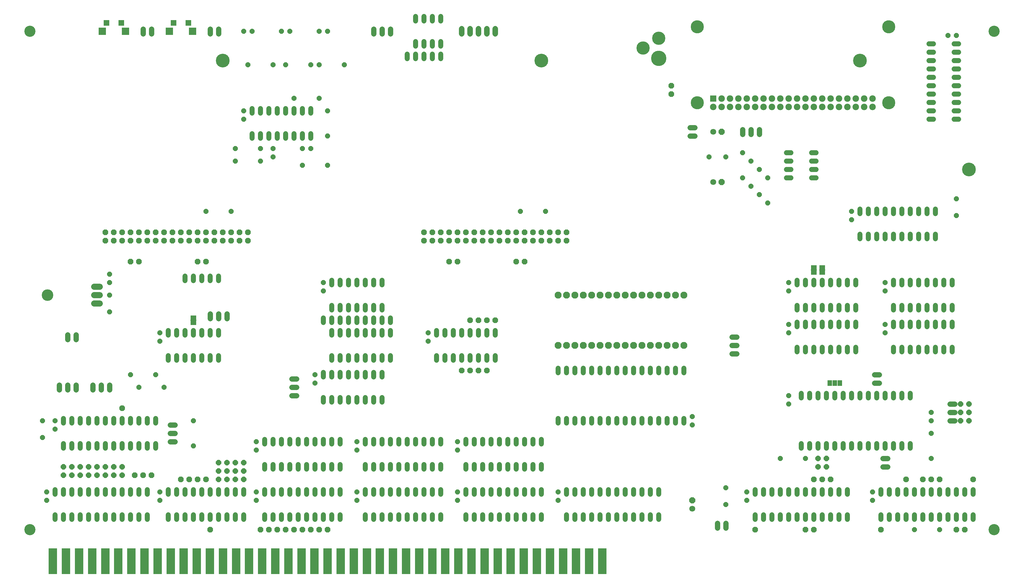
<source format=gbs>
G04 EAGLE Gerber RS-274X export*
G75*
%MOMM*%
%FSLAX34Y34*%
%LPD*%
%INSoldermask Bottom*%
%IPPOS*%
%AMOC8*
5,1,8,0,0,1.08239X$1,22.5*%
G01*
%ADD10C,3.378200*%
%ADD11R,2.565400X7.823200*%
%ADD12C,1.524000*%
%ADD13P,1.759533X8X22.500000*%
%ADD14C,2.108200*%
%ADD15C,1.625600*%
%ADD16C,1.727200*%
%ADD17P,1.649562X8X292.500000*%
%ADD18P,1.649562X8X202.500000*%
%ADD19P,1.649562X8X112.500000*%
%ADD20R,1.727200X1.727200*%
%ADD21R,2.298700X2.298700*%
%ADD22P,1.869504X8X22.500000*%
%ADD23C,4.165600*%
%ADD24P,1.869504X8X202.500000*%
%ADD25R,1.981200X1.981200*%
%ADD26C,1.981200*%
%ADD27C,3.969200*%
%ADD28P,1.951982X8X112.500000*%
%ADD29C,1.803400*%
%ADD30P,1.951982X8X22.500000*%
%ADD31P,1.649562X8X22.500000*%
%ADD32P,1.759533X8X292.500000*%
%ADD33C,4.648200*%
%ADD34C,4.013200*%
%ADD35R,1.803400X1.371600*%
%ADD36R,1.828800X0.152400*%
%ADD37C,1.879600*%
%ADD38C,3.505200*%
%ADD39R,1.371600X1.803400*%
%ADD40P,1.869504X8X112.500000*%
%ADD41P,1.759533X8X112.500000*%


D10*
X0Y0D03*
X2921000Y0D03*
X0Y1511300D03*
X2921000Y1511300D03*
D11*
X941324Y-95250D03*
X901700Y-95250D03*
X980948Y-95250D03*
X1020572Y-95250D03*
X1060196Y-95250D03*
X1099820Y-95250D03*
X1139444Y-95250D03*
X1179068Y-95250D03*
X1218692Y-95250D03*
X1258316Y-95250D03*
X1297940Y-95250D03*
X1337564Y-95250D03*
X1377188Y-95250D03*
X1416812Y-95250D03*
X1456436Y-95250D03*
X1496060Y-95250D03*
X1535684Y-95250D03*
X1575308Y-95250D03*
X1614932Y-95250D03*
X1654556Y-95250D03*
X1694180Y-95250D03*
X1733804Y-95250D03*
X69596Y-95250D03*
X109220Y-95250D03*
X148844Y-95250D03*
X188468Y-95250D03*
X228092Y-95250D03*
X267716Y-95250D03*
X307340Y-95250D03*
X346964Y-95250D03*
X386588Y-95250D03*
X426212Y-95250D03*
X465836Y-95250D03*
X505460Y-95250D03*
X545084Y-95250D03*
X584708Y-95250D03*
X624332Y-95250D03*
X663956Y-95250D03*
X703580Y-95250D03*
X743204Y-95250D03*
X782828Y-95250D03*
X822452Y-95250D03*
X862076Y-95250D03*
D12*
X1016000Y31496D02*
X1016000Y44704D01*
X1041400Y44704D02*
X1041400Y31496D01*
X1168400Y31496D02*
X1168400Y44704D01*
X1193800Y44704D02*
X1193800Y31496D01*
X1066800Y31496D02*
X1066800Y44704D01*
X1092200Y44704D02*
X1092200Y31496D01*
X1143000Y31496D02*
X1143000Y44704D01*
X1117600Y44704D02*
X1117600Y31496D01*
X1219200Y31496D02*
X1219200Y44704D01*
X1244600Y44704D02*
X1244600Y31496D01*
X1244600Y107696D02*
X1244600Y120904D01*
X1219200Y120904D02*
X1219200Y107696D01*
X1193800Y107696D02*
X1193800Y120904D01*
X1168400Y120904D02*
X1168400Y107696D01*
X1143000Y107696D02*
X1143000Y120904D01*
X1117600Y120904D02*
X1117600Y107696D01*
X1092200Y107696D02*
X1092200Y120904D01*
X1066800Y120904D02*
X1066800Y107696D01*
X1041400Y107696D02*
X1041400Y120904D01*
X1016000Y120904D02*
X1016000Y107696D01*
X711200Y44704D02*
X711200Y31496D01*
X736600Y31496D02*
X736600Y44704D01*
X863600Y44704D02*
X863600Y31496D01*
X889000Y31496D02*
X889000Y44704D01*
X762000Y44704D02*
X762000Y31496D01*
X787400Y31496D02*
X787400Y44704D01*
X838200Y44704D02*
X838200Y31496D01*
X812800Y31496D02*
X812800Y44704D01*
X914400Y44704D02*
X914400Y31496D01*
X939800Y31496D02*
X939800Y44704D01*
X939800Y107696D02*
X939800Y120904D01*
X914400Y120904D02*
X914400Y107696D01*
X889000Y107696D02*
X889000Y120904D01*
X863600Y120904D02*
X863600Y107696D01*
X838200Y107696D02*
X838200Y120904D01*
X812800Y120904D02*
X812800Y107696D01*
X787400Y107696D02*
X787400Y120904D01*
X762000Y120904D02*
X762000Y107696D01*
X736600Y107696D02*
X736600Y120904D01*
X711200Y120904D02*
X711200Y107696D01*
X419100Y44704D02*
X419100Y31496D01*
X444500Y31496D02*
X444500Y44704D01*
X571500Y44704D02*
X571500Y31496D01*
X596900Y31496D02*
X596900Y44704D01*
X469900Y44704D02*
X469900Y31496D01*
X495300Y31496D02*
X495300Y44704D01*
X546100Y44704D02*
X546100Y31496D01*
X520700Y31496D02*
X520700Y44704D01*
X622300Y44704D02*
X622300Y31496D01*
X647700Y31496D02*
X647700Y44704D01*
X647700Y107696D02*
X647700Y120904D01*
X622300Y120904D02*
X622300Y107696D01*
X596900Y107696D02*
X596900Y120904D01*
X571500Y120904D02*
X571500Y107696D01*
X546100Y107696D02*
X546100Y120904D01*
X520700Y120904D02*
X520700Y107696D01*
X495300Y107696D02*
X495300Y120904D01*
X469900Y120904D02*
X469900Y107696D01*
X444500Y107696D02*
X444500Y120904D01*
X419100Y120904D02*
X419100Y107696D01*
X1320800Y44704D02*
X1320800Y31496D01*
X1346200Y31496D02*
X1346200Y44704D01*
X1473200Y44704D02*
X1473200Y31496D01*
X1498600Y31496D02*
X1498600Y44704D01*
X1371600Y44704D02*
X1371600Y31496D01*
X1397000Y31496D02*
X1397000Y44704D01*
X1447800Y44704D02*
X1447800Y31496D01*
X1422400Y31496D02*
X1422400Y44704D01*
X1524000Y44704D02*
X1524000Y31496D01*
X1549400Y31496D02*
X1549400Y44704D01*
X1549400Y107696D02*
X1549400Y120904D01*
X1524000Y120904D02*
X1524000Y107696D01*
X1498600Y107696D02*
X1498600Y120904D01*
X1473200Y120904D02*
X1473200Y107696D01*
X1447800Y107696D02*
X1447800Y120904D01*
X1422400Y120904D02*
X1422400Y107696D01*
X1397000Y107696D02*
X1397000Y120904D01*
X1371600Y120904D02*
X1371600Y107696D01*
X1346200Y107696D02*
X1346200Y120904D01*
X1320800Y120904D02*
X1320800Y107696D01*
X101600Y247396D02*
X101600Y260604D01*
X127000Y260604D02*
X127000Y247396D01*
X152400Y247396D02*
X152400Y260604D01*
X177800Y260604D02*
X177800Y247396D01*
X203200Y247396D02*
X203200Y260604D01*
X228600Y260604D02*
X228600Y247396D01*
X254000Y247396D02*
X254000Y260604D01*
X279400Y260604D02*
X279400Y247396D01*
X304800Y247396D02*
X304800Y260604D01*
X330200Y260604D02*
X330200Y247396D01*
X355600Y247396D02*
X355600Y260604D01*
X381000Y260604D02*
X381000Y247396D01*
X381000Y323596D02*
X381000Y336804D01*
X355600Y336804D02*
X355600Y323596D01*
X330200Y323596D02*
X330200Y336804D01*
X304800Y336804D02*
X304800Y323596D01*
X279400Y323596D02*
X279400Y336804D01*
X254000Y336804D02*
X254000Y323596D01*
X228600Y323596D02*
X228600Y336804D01*
X203200Y336804D02*
X203200Y323596D01*
X177800Y323596D02*
X177800Y336804D01*
X152400Y336804D02*
X152400Y323596D01*
X127000Y323596D02*
X127000Y336804D01*
X101600Y336804D02*
X101600Y323596D01*
X1625600Y44704D02*
X1625600Y31496D01*
X1651000Y31496D02*
X1651000Y44704D01*
X1676400Y44704D02*
X1676400Y31496D01*
X1701800Y31496D02*
X1701800Y44704D01*
X1727200Y44704D02*
X1727200Y31496D01*
X1752600Y31496D02*
X1752600Y44704D01*
X1778000Y44704D02*
X1778000Y31496D01*
X1803400Y31496D02*
X1803400Y44704D01*
X1828800Y44704D02*
X1828800Y31496D01*
X1854200Y31496D02*
X1854200Y44704D01*
X1879600Y44704D02*
X1879600Y31496D01*
X1905000Y31496D02*
X1905000Y44704D01*
X1905000Y107696D02*
X1905000Y120904D01*
X1879600Y120904D02*
X1879600Y107696D01*
X1854200Y107696D02*
X1854200Y120904D01*
X1828800Y120904D02*
X1828800Y107696D01*
X1803400Y107696D02*
X1803400Y120904D01*
X1778000Y120904D02*
X1778000Y107696D01*
X1752600Y107696D02*
X1752600Y120904D01*
X1727200Y120904D02*
X1727200Y107696D01*
X1701800Y107696D02*
X1701800Y120904D01*
X1676400Y120904D02*
X1676400Y107696D01*
X1651000Y107696D02*
X1651000Y120904D01*
X1625600Y120904D02*
X1625600Y107696D01*
X76200Y44704D02*
X76200Y31496D01*
X101600Y31496D02*
X101600Y44704D01*
X127000Y44704D02*
X127000Y31496D01*
X152400Y31496D02*
X152400Y44704D01*
X177800Y44704D02*
X177800Y31496D01*
X203200Y31496D02*
X203200Y44704D01*
X228600Y44704D02*
X228600Y31496D01*
X254000Y31496D02*
X254000Y44704D01*
X279400Y44704D02*
X279400Y31496D01*
X304800Y31496D02*
X304800Y44704D01*
X330200Y44704D02*
X330200Y31496D01*
X355600Y31496D02*
X355600Y44704D01*
X355600Y107696D02*
X355600Y120904D01*
X330200Y120904D02*
X330200Y107696D01*
X304800Y107696D02*
X304800Y120904D01*
X279400Y120904D02*
X279400Y107696D01*
X254000Y107696D02*
X254000Y120904D01*
X228600Y120904D02*
X228600Y107696D01*
X203200Y107696D02*
X203200Y120904D01*
X177800Y120904D02*
X177800Y107696D01*
X152400Y107696D02*
X152400Y120904D01*
X127000Y120904D02*
X127000Y107696D01*
X101600Y107696D02*
X101600Y120904D01*
X76200Y120904D02*
X76200Y107696D01*
D13*
X101600Y165100D03*
X101600Y190500D03*
X127000Y165100D03*
X127000Y190500D03*
X152400Y165100D03*
X152400Y190500D03*
X177800Y165100D03*
X177800Y190500D03*
X203200Y165100D03*
X203200Y190500D03*
X228600Y165100D03*
X228600Y190500D03*
X254000Y165100D03*
X254000Y190500D03*
X279400Y165100D03*
X279400Y190500D03*
D14*
X1981200Y711200D03*
X1955800Y711200D03*
X1930400Y711200D03*
X1905000Y711200D03*
X1879600Y711200D03*
X1854200Y711200D03*
X1828800Y711200D03*
X1803400Y711200D03*
X1778000Y711200D03*
X1752600Y711200D03*
X1727200Y711200D03*
X1701800Y711200D03*
X1676400Y711200D03*
X1651000Y711200D03*
X1625600Y711200D03*
X1600200Y711200D03*
X1600200Y558800D03*
X1625600Y558800D03*
X1651000Y558800D03*
X1676400Y558800D03*
X1727200Y558800D03*
X1752600Y558800D03*
X1778000Y558800D03*
X1803400Y558800D03*
X1828800Y558800D03*
X1854200Y558800D03*
X1879600Y558800D03*
X1905000Y558800D03*
X1930400Y558800D03*
X1955800Y558800D03*
X1981200Y558800D03*
X1701800Y558800D03*
D12*
X1168400Y1466596D02*
X1168400Y1479804D01*
X1193800Y1479804D02*
X1193800Y1466596D01*
X1219200Y1466596D02*
X1219200Y1479804D01*
X1244600Y1479804D02*
X1244600Y1466596D01*
X1244600Y1542796D02*
X1244600Y1556004D01*
X1219200Y1556004D02*
X1219200Y1542796D01*
X1193800Y1542796D02*
X1193800Y1556004D01*
X1168400Y1556004D02*
X1168400Y1542796D01*
X1143000Y1441704D02*
X1143000Y1428496D01*
X1168400Y1428496D02*
X1168400Y1441704D01*
X1193800Y1441704D02*
X1193800Y1428496D01*
X1219200Y1428496D02*
X1219200Y1441704D01*
X1244600Y1441704D02*
X1244600Y1428496D01*
D15*
X2126488Y533400D02*
X2140712Y533400D01*
X2140712Y558800D02*
X2126488Y558800D01*
X2126488Y584200D02*
X2140712Y584200D01*
D16*
X1308100Y1503680D02*
X1308100Y1518920D01*
X1333500Y1518920D02*
X1333500Y1503680D01*
X1358900Y1503680D02*
X1358900Y1518920D01*
X1384300Y1518920D02*
X1384300Y1503680D01*
X1409700Y1503680D02*
X1409700Y1518920D01*
D12*
X1981200Y489204D02*
X1981200Y475996D01*
X1955800Y475996D02*
X1955800Y489204D01*
X1828800Y489204D02*
X1828800Y475996D01*
X1803400Y475996D02*
X1803400Y489204D01*
X1930400Y489204D02*
X1930400Y475996D01*
X1905000Y475996D02*
X1905000Y489204D01*
X1854200Y489204D02*
X1854200Y475996D01*
X1879600Y475996D02*
X1879600Y489204D01*
X1778000Y489204D02*
X1778000Y475996D01*
X1752600Y475996D02*
X1752600Y489204D01*
X1727200Y489204D02*
X1727200Y475996D01*
X1701800Y475996D02*
X1701800Y489204D01*
X1676400Y489204D02*
X1676400Y475996D01*
X1651000Y475996D02*
X1651000Y489204D01*
X1625600Y489204D02*
X1625600Y475996D01*
X1600200Y475996D02*
X1600200Y489204D01*
X1600200Y336804D02*
X1600200Y323596D01*
X1625600Y323596D02*
X1625600Y336804D01*
X1651000Y336804D02*
X1651000Y323596D01*
X1676400Y323596D02*
X1676400Y336804D01*
X1701800Y336804D02*
X1701800Y323596D01*
X1727200Y323596D02*
X1727200Y336804D01*
X1752600Y336804D02*
X1752600Y323596D01*
X1778000Y323596D02*
X1778000Y336804D01*
X1803400Y336804D02*
X1803400Y323596D01*
X1828800Y323596D02*
X1828800Y336804D01*
X1854200Y336804D02*
X1854200Y323596D01*
X1879600Y323596D02*
X1879600Y336804D01*
X1905000Y336804D02*
X1905000Y323596D01*
X1930400Y323596D02*
X1930400Y336804D01*
X1955800Y336804D02*
X1955800Y323596D01*
X1981200Y323596D02*
X1981200Y336804D01*
D15*
X807212Y457200D02*
X792988Y457200D01*
X792988Y431800D02*
X807212Y431800D01*
X807212Y406400D02*
X792988Y406400D01*
D12*
X914400Y666496D02*
X914400Y679704D01*
X939800Y679704D02*
X939800Y666496D01*
X1066800Y666496D02*
X1066800Y679704D01*
X1066800Y742696D02*
X1066800Y755904D01*
X965200Y679704D02*
X965200Y666496D01*
X990600Y666496D02*
X990600Y679704D01*
X1041400Y679704D02*
X1041400Y666496D01*
X1016000Y666496D02*
X1016000Y679704D01*
X1041400Y742696D02*
X1041400Y755904D01*
X1016000Y755904D02*
X1016000Y742696D01*
X990600Y742696D02*
X990600Y755904D01*
X965200Y755904D02*
X965200Y742696D01*
X939800Y742696D02*
X939800Y755904D01*
X914400Y755904D02*
X914400Y742696D01*
X914400Y527304D02*
X914400Y514096D01*
X939800Y514096D02*
X939800Y527304D01*
X1066800Y527304D02*
X1066800Y514096D01*
X1092200Y514096D02*
X1092200Y527304D01*
X965200Y527304D02*
X965200Y514096D01*
X990600Y514096D02*
X990600Y527304D01*
X1041400Y527304D02*
X1041400Y514096D01*
X1016000Y514096D02*
X1016000Y527304D01*
X1092200Y590296D02*
X1092200Y603504D01*
X1066800Y603504D02*
X1066800Y590296D01*
X1041400Y590296D02*
X1041400Y603504D01*
X1016000Y603504D02*
X1016000Y590296D01*
X990600Y590296D02*
X990600Y603504D01*
X965200Y603504D02*
X965200Y590296D01*
X939800Y590296D02*
X939800Y603504D01*
X914400Y603504D02*
X914400Y590296D01*
X889000Y628396D02*
X889000Y641604D01*
X914400Y641604D02*
X914400Y628396D01*
X939800Y628396D02*
X939800Y641604D01*
X965200Y641604D02*
X965200Y628396D01*
X990600Y628396D02*
X990600Y641604D01*
X1016000Y641604D02*
X1016000Y628396D01*
X1041400Y628396D02*
X1041400Y641604D01*
X1066800Y641604D02*
X1066800Y628396D01*
X1092200Y628396D02*
X1092200Y641604D01*
X889000Y400304D02*
X889000Y387096D01*
X914400Y387096D02*
X914400Y400304D01*
X1041400Y400304D02*
X1041400Y387096D01*
X1066800Y387096D02*
X1066800Y400304D01*
X939800Y400304D02*
X939800Y387096D01*
X965200Y387096D02*
X965200Y400304D01*
X1016000Y400304D02*
X1016000Y387096D01*
X990600Y387096D02*
X990600Y400304D01*
X1066800Y463296D02*
X1066800Y476504D01*
X1041400Y476504D02*
X1041400Y463296D01*
X1016000Y463296D02*
X1016000Y476504D01*
X990600Y476504D02*
X990600Y463296D01*
X965200Y463296D02*
X965200Y476504D01*
X939800Y476504D02*
X939800Y463296D01*
X914400Y463296D02*
X914400Y476504D01*
X889000Y476504D02*
X889000Y463296D01*
D15*
X438912Y317500D02*
X424688Y317500D01*
X424688Y292100D02*
X438912Y292100D01*
X438912Y266700D02*
X424688Y266700D01*
X546100Y640588D02*
X546100Y654812D01*
X571500Y654812D02*
X571500Y640588D01*
X596900Y640588D02*
X596900Y654812D01*
D17*
X1295400Y266700D03*
X1295400Y241300D03*
X393700Y596900D03*
X393700Y571500D03*
X1206500Y596900D03*
X1206500Y571500D03*
D18*
X2806700Y1498600D03*
X2781300Y1498600D03*
D17*
X889000Y749300D03*
X889000Y723900D03*
X2552700Y114300D03*
X2552700Y88900D03*
X2298700Y622300D03*
X2298700Y596900D03*
X863600Y469900D03*
X863600Y444500D03*
X50800Y114300D03*
X50800Y88900D03*
X393700Y114300D03*
X393700Y88900D03*
X990600Y114300D03*
X990600Y88900D03*
X685800Y114300D03*
X685800Y88900D03*
X76200Y330200D03*
X76200Y304800D03*
X1295400Y114300D03*
X1295400Y88900D03*
D19*
X2006600Y317500D03*
X2006600Y342900D03*
D17*
X1600200Y114300D03*
X1600200Y88900D03*
D20*
X276479Y1536446D03*
X231521Y1536446D03*
D21*
X289052Y1511554D03*
X218948Y1511554D03*
D20*
X479679Y1536446D03*
X434721Y1536446D03*
D21*
X492252Y1511554D03*
X422148Y1511554D03*
D15*
X368300Y1518412D02*
X368300Y1504188D01*
X342900Y1504188D02*
X342900Y1518412D01*
X571500Y1518412D02*
X571500Y1504188D01*
X546100Y1504188D02*
X546100Y1518412D01*
D18*
X736600Y1409700D03*
X660400Y1409700D03*
X673100Y1511300D03*
X647700Y1511300D03*
D19*
X495300Y254000D03*
X495300Y330200D03*
D22*
X279400Y368300D03*
X317500Y165100D03*
D18*
X787400Y1511300D03*
X762000Y1511300D03*
D15*
X1041400Y1504188D02*
X1041400Y1518412D01*
X1066800Y1518412D02*
X1066800Y1504188D01*
X1092200Y1504188D02*
X1092200Y1518412D01*
D23*
X2514600Y1422400D03*
X1549400Y1422400D03*
X2844800Y1092200D03*
D24*
X1625600Y901700D03*
X1600200Y901700D03*
X1574800Y901700D03*
X1549400Y901700D03*
X1524000Y901700D03*
X1498600Y901700D03*
X1625600Y876300D03*
X1600200Y876300D03*
X1574800Y876300D03*
X1549400Y876300D03*
X1524000Y876300D03*
X1498600Y876300D03*
X1473200Y901700D03*
X1473200Y876300D03*
X1447800Y901700D03*
X1422400Y901700D03*
X1397000Y901700D03*
X1371600Y901700D03*
X1346200Y901700D03*
X1320800Y901700D03*
X1447800Y876300D03*
X1422400Y876300D03*
X1397000Y876300D03*
X1371600Y876300D03*
X1346200Y876300D03*
X1320800Y876300D03*
X1295400Y901700D03*
X1295400Y876300D03*
X1270000Y901700D03*
X1244600Y901700D03*
X1219200Y901700D03*
X1193800Y901700D03*
X1270000Y876300D03*
X1244600Y876300D03*
X1219200Y876300D03*
X1193800Y876300D03*
D23*
X584200Y1422400D03*
D24*
X660400Y901700D03*
X635000Y901700D03*
X609600Y901700D03*
X584200Y901700D03*
X558800Y901700D03*
X533400Y901700D03*
X660400Y876300D03*
X635000Y876300D03*
X609600Y876300D03*
X584200Y876300D03*
X558800Y876300D03*
X533400Y876300D03*
X508000Y901700D03*
X508000Y876300D03*
X482600Y901700D03*
X457200Y901700D03*
X431800Y901700D03*
X406400Y901700D03*
X381000Y901700D03*
X355600Y901700D03*
X482600Y876300D03*
X457200Y876300D03*
X431800Y876300D03*
X406400Y876300D03*
X381000Y876300D03*
X355600Y876300D03*
X330200Y901700D03*
X330200Y876300D03*
X304800Y901700D03*
X279400Y901700D03*
X254000Y901700D03*
X228600Y901700D03*
X304800Y876300D03*
X279400Y876300D03*
X254000Y876300D03*
X228600Y876300D03*
D22*
X1473200Y812800D03*
X1498600Y812800D03*
X1270000Y812800D03*
X1295400Y812800D03*
X304800Y812800D03*
X330200Y812800D03*
X508000Y812800D03*
X533400Y812800D03*
X901700Y0D03*
X876300Y0D03*
X825500Y0D03*
X800100Y0D03*
X774700Y0D03*
X749300Y0D03*
X698500Y0D03*
X850900Y0D03*
D25*
X2070100Y1307400D03*
D26*
X2070100Y1282000D03*
X2095500Y1307400D03*
X2095500Y1282000D03*
X2120900Y1307400D03*
X2120900Y1282000D03*
X2146300Y1307400D03*
X2146300Y1282000D03*
X2171700Y1307400D03*
X2171700Y1282000D03*
X2197100Y1307400D03*
X2197100Y1282000D03*
X2222500Y1307400D03*
X2222500Y1282000D03*
X2247900Y1307400D03*
X2247900Y1282000D03*
X2273300Y1307400D03*
X2273300Y1282000D03*
X2298700Y1307400D03*
X2298700Y1282000D03*
X2324100Y1307400D03*
X2324100Y1282000D03*
X2349500Y1307400D03*
X2349500Y1282000D03*
X2374900Y1307400D03*
X2374900Y1282000D03*
X2400300Y1307400D03*
X2400300Y1282000D03*
X2425700Y1307400D03*
X2425700Y1282000D03*
X2451100Y1307400D03*
X2451100Y1282000D03*
X2476500Y1307400D03*
X2476500Y1282000D03*
X2501900Y1307400D03*
X2501900Y1282000D03*
X2527300Y1307400D03*
X2527300Y1282000D03*
X2552700Y1307400D03*
X2552700Y1282000D03*
D27*
X2021400Y1524700D03*
X2021400Y1294700D03*
X2601400Y1294700D03*
X2601400Y1524700D03*
D17*
X990600Y266700D03*
X990600Y241300D03*
X685800Y266700D03*
X685800Y241300D03*
X2590800Y622300D03*
X2590800Y596900D03*
X2298700Y749300D03*
X2298700Y723900D03*
D28*
X2006600Y88900D03*
D29*
X2006600Y63500D03*
D30*
X2095500Y1054100D03*
D29*
X2070100Y1054100D03*
D17*
X2590800Y749300D03*
X2590800Y723900D03*
D12*
X2723896Y1473200D02*
X2737104Y1473200D01*
X2737104Y1447800D02*
X2723896Y1447800D01*
X2723896Y1320800D02*
X2737104Y1320800D01*
X2737104Y1295400D02*
X2723896Y1295400D01*
X2723896Y1422400D02*
X2737104Y1422400D01*
X2737104Y1397000D02*
X2723896Y1397000D01*
X2723896Y1346200D02*
X2737104Y1346200D01*
X2737104Y1371600D02*
X2723896Y1371600D01*
X2723896Y1270000D02*
X2737104Y1270000D01*
X2737104Y1244600D02*
X2723896Y1244600D01*
X2800096Y1244600D02*
X2813304Y1244600D01*
X2813304Y1270000D02*
X2800096Y1270000D01*
X2800096Y1295400D02*
X2813304Y1295400D01*
X2813304Y1320800D02*
X2800096Y1320800D01*
X2800096Y1346200D02*
X2813304Y1346200D01*
X2813304Y1371600D02*
X2800096Y1371600D01*
X2800096Y1397000D02*
X2813304Y1397000D01*
X2813304Y1422400D02*
X2800096Y1422400D01*
X2800096Y1447800D02*
X2813304Y1447800D01*
X2813304Y1473200D02*
X2800096Y1473200D01*
D31*
X2057400Y1130300D03*
X2108200Y1130300D03*
D19*
X2806700Y952500D03*
X2806700Y1003300D03*
D17*
X38100Y330200D03*
X38100Y279400D03*
X2108200Y127000D03*
X2108200Y76200D03*
D18*
X901700Y1104900D03*
X825500Y1104900D03*
X901700Y1511300D03*
X876300Y1511300D03*
D12*
X673100Y1200404D02*
X673100Y1187196D01*
X698500Y1187196D02*
X698500Y1200404D01*
X825500Y1200404D02*
X825500Y1187196D01*
X850900Y1187196D02*
X850900Y1200404D01*
X723900Y1200404D02*
X723900Y1187196D01*
X749300Y1187196D02*
X749300Y1200404D01*
X800100Y1200404D02*
X800100Y1187196D01*
X774700Y1187196D02*
X774700Y1200404D01*
X850900Y1263396D02*
X850900Y1276604D01*
X825500Y1276604D02*
X825500Y1263396D01*
X800100Y1263396D02*
X800100Y1276604D01*
X774700Y1276604D02*
X774700Y1263396D01*
X749300Y1263396D02*
X749300Y1276604D01*
X723900Y1276604D02*
X723900Y1263396D01*
X698500Y1263396D02*
X698500Y1276604D01*
X673100Y1276604D02*
X673100Y1263396D01*
D18*
X698500Y1155700D03*
X622300Y1155700D03*
D19*
X736600Y1130300D03*
X736600Y1155700D03*
D18*
X698500Y1117600D03*
X622300Y1117600D03*
D31*
X774700Y1409700D03*
X850900Y1409700D03*
X800100Y1308100D03*
X876300Y1308100D03*
X825500Y1155700D03*
X850900Y1155700D03*
D19*
X901700Y1193800D03*
X901700Y1270000D03*
D31*
X876300Y1409700D03*
X952500Y1409700D03*
D17*
X647700Y1270000D03*
X647700Y1244600D03*
D32*
X571500Y203200D03*
X596900Y203200D03*
X571500Y177800D03*
X596900Y177800D03*
X571500Y152400D03*
X596900Y152400D03*
X622300Y203200D03*
X647700Y203200D03*
X622300Y177800D03*
X647700Y177800D03*
X622300Y152400D03*
X647700Y152400D03*
D12*
X419100Y514096D02*
X419100Y527304D01*
X444500Y527304D02*
X444500Y514096D01*
X571500Y514096D02*
X571500Y527304D01*
X571500Y590296D02*
X571500Y603504D01*
X469900Y527304D02*
X469900Y514096D01*
X495300Y514096D02*
X495300Y527304D01*
X546100Y527304D02*
X546100Y514096D01*
X520700Y514096D02*
X520700Y527304D01*
X546100Y590296D02*
X546100Y603504D01*
X520700Y603504D02*
X520700Y590296D01*
X495300Y590296D02*
X495300Y603504D01*
X469900Y603504D02*
X469900Y590296D01*
X444500Y590296D02*
X444500Y603504D01*
X419100Y603504D02*
X419100Y590296D01*
D15*
X2108200Y19812D02*
X2108200Y5588D01*
X2082800Y5588D02*
X2082800Y19812D01*
D22*
X723900Y0D03*
D31*
X2679700Y0D03*
X2755900Y0D03*
D12*
X571500Y755396D02*
X571500Y768604D01*
X546100Y768604D02*
X546100Y755396D01*
X520700Y755396D02*
X520700Y768604D01*
X495300Y768604D02*
X495300Y755396D01*
X469900Y755396D02*
X469900Y768604D01*
D15*
X1999488Y1193800D02*
X2013712Y1193800D01*
X2013712Y1219200D02*
X1999488Y1219200D01*
D33*
X1905000Y1429500D03*
D34*
X1905000Y1490500D03*
X1857000Y1460500D03*
D30*
X2095500Y1206500D03*
D29*
X2070100Y1206500D03*
D18*
X609600Y965200D03*
X533400Y965200D03*
X1562100Y965200D03*
X1485900Y965200D03*
D35*
X495300Y642620D03*
X495300Y627380D03*
D36*
X495300Y635000D03*
D22*
X546100Y0D03*
X368300Y165100D03*
X342900Y165100D03*
D31*
X330200Y431800D03*
X406400Y431800D03*
X304800Y469900D03*
X381000Y469900D03*
D15*
X88900Y438912D02*
X88900Y424688D01*
X114300Y424688D02*
X114300Y438912D01*
X139700Y438912D02*
X139700Y424688D01*
D37*
X194818Y685800D02*
X211582Y685800D01*
X211582Y711200D02*
X194818Y711200D01*
X194818Y736600D02*
X211582Y736600D01*
D38*
X53340Y711200D03*
D19*
X241300Y660400D03*
X241300Y711200D03*
D15*
X114300Y591312D02*
X114300Y577088D01*
X139700Y577088D02*
X139700Y591312D01*
D17*
X241300Y774700D03*
X241300Y749300D03*
D12*
X2368296Y1117600D02*
X2381504Y1117600D01*
X2305304Y1117600D02*
X2292096Y1117600D01*
D17*
X2184400Y1117600D03*
X2184400Y1041400D03*
D22*
X508000Y152400D03*
X533400Y152400D03*
X482600Y152400D03*
X457200Y152400D03*
D12*
X1016000Y183896D02*
X1016000Y197104D01*
X1041400Y197104D02*
X1041400Y183896D01*
X1168400Y183896D02*
X1168400Y197104D01*
X1193800Y197104D02*
X1193800Y183896D01*
X1066800Y183896D02*
X1066800Y197104D01*
X1092200Y197104D02*
X1092200Y183896D01*
X1143000Y183896D02*
X1143000Y197104D01*
X1117600Y197104D02*
X1117600Y183896D01*
X1219200Y183896D02*
X1219200Y197104D01*
X1244600Y197104D02*
X1244600Y183896D01*
X1244600Y260096D02*
X1244600Y273304D01*
X1219200Y273304D02*
X1219200Y260096D01*
X1193800Y260096D02*
X1193800Y273304D01*
X1168400Y273304D02*
X1168400Y260096D01*
X1143000Y260096D02*
X1143000Y273304D01*
X1117600Y273304D02*
X1117600Y260096D01*
X1092200Y260096D02*
X1092200Y273304D01*
X1066800Y273304D02*
X1066800Y260096D01*
X1041400Y260096D02*
X1041400Y273304D01*
X1016000Y273304D02*
X1016000Y260096D01*
X711200Y197104D02*
X711200Y183896D01*
X736600Y183896D02*
X736600Y197104D01*
X863600Y197104D02*
X863600Y183896D01*
X889000Y183896D02*
X889000Y197104D01*
X762000Y197104D02*
X762000Y183896D01*
X787400Y183896D02*
X787400Y197104D01*
X838200Y197104D02*
X838200Y183896D01*
X812800Y183896D02*
X812800Y197104D01*
X914400Y197104D02*
X914400Y183896D01*
X939800Y183896D02*
X939800Y197104D01*
X939800Y260096D02*
X939800Y273304D01*
X914400Y273304D02*
X914400Y260096D01*
X889000Y260096D02*
X889000Y273304D01*
X863600Y273304D02*
X863600Y260096D01*
X838200Y260096D02*
X838200Y273304D01*
X812800Y273304D02*
X812800Y260096D01*
X787400Y260096D02*
X787400Y273304D01*
X762000Y273304D02*
X762000Y260096D01*
X736600Y260096D02*
X736600Y273304D01*
X711200Y273304D02*
X711200Y260096D01*
X1320800Y197104D02*
X1320800Y183896D01*
X1346200Y183896D02*
X1346200Y197104D01*
X1473200Y197104D02*
X1473200Y183896D01*
X1498600Y183896D02*
X1498600Y197104D01*
X1371600Y197104D02*
X1371600Y183896D01*
X1397000Y183896D02*
X1397000Y197104D01*
X1447800Y197104D02*
X1447800Y183896D01*
X1422400Y183896D02*
X1422400Y197104D01*
X1524000Y197104D02*
X1524000Y183896D01*
X1549400Y183896D02*
X1549400Y197104D01*
X1549400Y260096D02*
X1549400Y273304D01*
X1524000Y273304D02*
X1524000Y260096D01*
X1498600Y260096D02*
X1498600Y273304D01*
X1473200Y273304D02*
X1473200Y260096D01*
X1447800Y260096D02*
X1447800Y273304D01*
X1422400Y273304D02*
X1422400Y260096D01*
X1397000Y260096D02*
X1397000Y273304D01*
X1371600Y273304D02*
X1371600Y260096D01*
X1346200Y260096D02*
X1346200Y273304D01*
X1320800Y273304D02*
X1320800Y260096D01*
X2616200Y539496D02*
X2616200Y552704D01*
X2641600Y552704D02*
X2641600Y539496D01*
X2768600Y539496D02*
X2768600Y552704D01*
X2794000Y552704D02*
X2794000Y539496D01*
X2667000Y539496D02*
X2667000Y552704D01*
X2692400Y552704D02*
X2692400Y539496D01*
X2743200Y539496D02*
X2743200Y552704D01*
X2717800Y552704D02*
X2717800Y539496D01*
X2794000Y615696D02*
X2794000Y628904D01*
X2768600Y628904D02*
X2768600Y615696D01*
X2743200Y615696D02*
X2743200Y628904D01*
X2717800Y628904D02*
X2717800Y615696D01*
X2692400Y615696D02*
X2692400Y628904D01*
X2667000Y628904D02*
X2667000Y615696D01*
X2641600Y615696D02*
X2641600Y628904D01*
X2616200Y628904D02*
X2616200Y615696D01*
X2616200Y666496D02*
X2616200Y679704D01*
X2641600Y679704D02*
X2641600Y666496D01*
X2768600Y666496D02*
X2768600Y679704D01*
X2794000Y679704D02*
X2794000Y666496D01*
X2667000Y666496D02*
X2667000Y679704D01*
X2692400Y679704D02*
X2692400Y666496D01*
X2743200Y666496D02*
X2743200Y679704D01*
X2717800Y679704D02*
X2717800Y666496D01*
X2794000Y742696D02*
X2794000Y755904D01*
X2768600Y755904D02*
X2768600Y742696D01*
X2743200Y742696D02*
X2743200Y755904D01*
X2717800Y755904D02*
X2717800Y742696D01*
X2692400Y742696D02*
X2692400Y755904D01*
X2667000Y755904D02*
X2667000Y742696D01*
X2641600Y742696D02*
X2641600Y755904D01*
X2616200Y755904D02*
X2616200Y742696D01*
X2324100Y552704D02*
X2324100Y539496D01*
X2349500Y539496D02*
X2349500Y552704D01*
X2476500Y552704D02*
X2476500Y539496D01*
X2501900Y539496D02*
X2501900Y552704D01*
X2374900Y552704D02*
X2374900Y539496D01*
X2400300Y539496D02*
X2400300Y552704D01*
X2451100Y552704D02*
X2451100Y539496D01*
X2425700Y539496D02*
X2425700Y552704D01*
X2501900Y615696D02*
X2501900Y628904D01*
X2476500Y628904D02*
X2476500Y615696D01*
X2451100Y615696D02*
X2451100Y628904D01*
X2425700Y628904D02*
X2425700Y615696D01*
X2400300Y615696D02*
X2400300Y628904D01*
X2374900Y628904D02*
X2374900Y615696D01*
X2349500Y615696D02*
X2349500Y628904D01*
X2324100Y628904D02*
X2324100Y615696D01*
X2324100Y666496D02*
X2324100Y679704D01*
X2349500Y679704D02*
X2349500Y666496D01*
X2476500Y666496D02*
X2476500Y679704D01*
X2501900Y679704D02*
X2501900Y666496D01*
X2374900Y666496D02*
X2374900Y679704D01*
X2400300Y679704D02*
X2400300Y666496D01*
X2451100Y666496D02*
X2451100Y679704D01*
X2425700Y679704D02*
X2425700Y666496D01*
X2501900Y742696D02*
X2501900Y755904D01*
X2476500Y755904D02*
X2476500Y742696D01*
X2451100Y742696D02*
X2451100Y755904D01*
X2425700Y755904D02*
X2425700Y742696D01*
X2400300Y742696D02*
X2400300Y755904D01*
X2374900Y755904D02*
X2374900Y742696D01*
X2349500Y742696D02*
X2349500Y755904D01*
X2324100Y755904D02*
X2324100Y742696D01*
X2336800Y260604D02*
X2336800Y247396D01*
X2362200Y247396D02*
X2362200Y260604D01*
X2387600Y260604D02*
X2387600Y247396D01*
X2413000Y247396D02*
X2413000Y260604D01*
X2438400Y260604D02*
X2438400Y247396D01*
X2463800Y247396D02*
X2463800Y260604D01*
X2489200Y260604D02*
X2489200Y247396D01*
X2514600Y247396D02*
X2514600Y260604D01*
X2540000Y260604D02*
X2540000Y247396D01*
X2565400Y247396D02*
X2565400Y260604D01*
X2590800Y260604D02*
X2590800Y247396D01*
X2616200Y247396D02*
X2616200Y260604D01*
X2641600Y260604D02*
X2641600Y247396D01*
X2667000Y247396D02*
X2667000Y260604D01*
X2667000Y399796D02*
X2667000Y413004D01*
X2641600Y413004D02*
X2641600Y399796D01*
X2616200Y399796D02*
X2616200Y413004D01*
X2590800Y413004D02*
X2590800Y399796D01*
X2565400Y399796D02*
X2565400Y413004D01*
X2540000Y413004D02*
X2540000Y399796D01*
X2514600Y399796D02*
X2514600Y413004D01*
X2489200Y413004D02*
X2489200Y399796D01*
X2463800Y399796D02*
X2463800Y413004D01*
X2438400Y413004D02*
X2438400Y399796D01*
X2413000Y399796D02*
X2413000Y413004D01*
X2387600Y413004D02*
X2387600Y399796D01*
X2362200Y399796D02*
X2362200Y413004D01*
X2336800Y413004D02*
X2336800Y399796D01*
D39*
X2423160Y444500D03*
X2438400Y444500D03*
X2453640Y444500D03*
D17*
X2209800Y1092200D03*
X2209800Y1016000D03*
X2235200Y1066800D03*
X2235200Y990600D03*
D12*
X2368296Y1092200D02*
X2381504Y1092200D01*
X2305304Y1092200D02*
X2292096Y1092200D01*
X2368296Y1066800D02*
X2381504Y1066800D01*
X2305304Y1066800D02*
X2292096Y1066800D01*
D19*
X2730500Y215900D03*
X2730500Y292100D03*
X2730500Y330200D03*
X2730500Y355600D03*
D35*
X2374900Y795020D03*
X2374900Y779780D03*
D36*
X2374900Y787400D03*
D35*
X2400300Y795020D03*
X2400300Y779780D03*
D36*
X2400300Y787400D03*
D12*
X2197100Y44704D02*
X2197100Y31496D01*
X2222500Y31496D02*
X2222500Y44704D01*
X2247900Y44704D02*
X2247900Y31496D01*
X2273300Y31496D02*
X2273300Y44704D01*
X2298700Y44704D02*
X2298700Y31496D01*
X2324100Y31496D02*
X2324100Y44704D01*
X2349500Y44704D02*
X2349500Y31496D01*
X2374900Y31496D02*
X2374900Y44704D01*
X2400300Y44704D02*
X2400300Y31496D01*
X2425700Y31496D02*
X2425700Y44704D01*
X2451100Y44704D02*
X2451100Y31496D01*
X2476500Y31496D02*
X2476500Y44704D01*
X2476500Y107696D02*
X2476500Y120904D01*
X2451100Y120904D02*
X2451100Y107696D01*
X2425700Y107696D02*
X2425700Y120904D01*
X2400300Y120904D02*
X2400300Y107696D01*
X2374900Y107696D02*
X2374900Y120904D01*
X2349500Y120904D02*
X2349500Y107696D01*
X2324100Y107696D02*
X2324100Y120904D01*
X2298700Y120904D02*
X2298700Y107696D01*
X2273300Y107696D02*
X2273300Y120904D01*
X2247900Y120904D02*
X2247900Y107696D01*
X2222500Y107696D02*
X2222500Y120904D01*
X2197100Y120904D02*
X2197100Y107696D01*
D40*
X2400300Y152400D03*
X2425700Y152400D03*
D17*
X2298700Y406400D03*
X2298700Y381000D03*
X2171700Y114300D03*
X2171700Y88900D03*
D18*
X2349500Y215900D03*
X2273300Y215900D03*
D13*
X2387600Y190500D03*
X2387600Y215900D03*
X2413000Y190500D03*
X2413000Y215900D03*
D22*
X1943100Y1320800D03*
X1943100Y1346200D03*
D15*
X2558288Y469900D02*
X2572512Y469900D01*
X2572512Y444500D02*
X2558288Y444500D01*
X2583688Y190500D02*
X2597912Y190500D01*
X2597912Y215900D02*
X2583688Y215900D01*
D22*
X2374900Y152400D03*
X2197100Y0D03*
X2349500Y0D03*
X2374900Y0D03*
D12*
X2578100Y31496D02*
X2578100Y44704D01*
X2603500Y44704D02*
X2603500Y31496D01*
X2628900Y31496D02*
X2628900Y44704D01*
X2654300Y44704D02*
X2654300Y31496D01*
X2679700Y31496D02*
X2679700Y44704D01*
X2705100Y44704D02*
X2705100Y31496D01*
X2730500Y31496D02*
X2730500Y44704D01*
X2755900Y44704D02*
X2755900Y31496D01*
X2781300Y31496D02*
X2781300Y44704D01*
X2806700Y44704D02*
X2806700Y31496D01*
X2832100Y31496D02*
X2832100Y44704D01*
X2857500Y44704D02*
X2857500Y31496D01*
X2857500Y107696D02*
X2857500Y120904D01*
X2832100Y120904D02*
X2832100Y107696D01*
X2806700Y107696D02*
X2806700Y120904D01*
X2781300Y120904D02*
X2781300Y107696D01*
X2755900Y107696D02*
X2755900Y120904D01*
X2730500Y120904D02*
X2730500Y107696D01*
X2705100Y107696D02*
X2705100Y120904D01*
X2679700Y120904D02*
X2679700Y107696D01*
X2654300Y107696D02*
X2654300Y120904D01*
X2628900Y120904D02*
X2628900Y107696D01*
X2603500Y107696D02*
X2603500Y120904D01*
X2578100Y120904D02*
X2578100Y107696D01*
D22*
X2654300Y152400D03*
X2578100Y0D03*
D41*
X2844800Y330200D03*
X2819400Y330200D03*
X2844800Y355600D03*
X2819400Y355600D03*
X2844800Y381000D03*
X2819400Y381000D03*
D15*
X2801112Y330200D02*
X2786888Y330200D01*
X2786888Y355600D02*
X2801112Y355600D01*
X2801112Y381000D02*
X2786888Y381000D01*
D12*
X2514600Y882396D02*
X2514600Y895604D01*
X2540000Y895604D02*
X2540000Y882396D01*
X2667000Y882396D02*
X2667000Y895604D01*
X2692400Y895604D02*
X2692400Y882396D01*
X2565400Y882396D02*
X2565400Y895604D01*
X2590800Y895604D02*
X2590800Y882396D01*
X2641600Y882396D02*
X2641600Y895604D01*
X2616200Y895604D02*
X2616200Y882396D01*
X2717800Y882396D02*
X2717800Y895604D01*
X2743200Y895604D02*
X2743200Y882396D01*
X2743200Y958596D02*
X2743200Y971804D01*
X2717800Y971804D02*
X2717800Y958596D01*
X2692400Y958596D02*
X2692400Y971804D01*
X2667000Y971804D02*
X2667000Y958596D01*
X2641600Y958596D02*
X2641600Y971804D01*
X2616200Y971804D02*
X2616200Y958596D01*
X2590800Y958596D02*
X2590800Y971804D01*
X2565400Y971804D02*
X2565400Y958596D01*
X2540000Y958596D02*
X2540000Y971804D01*
X2514600Y971804D02*
X2514600Y958596D01*
D17*
X2489200Y965200D03*
X2489200Y939800D03*
D12*
X1231900Y527304D02*
X1231900Y514096D01*
X1257300Y514096D02*
X1257300Y527304D01*
X1384300Y527304D02*
X1384300Y514096D01*
X1409700Y514096D02*
X1409700Y527304D01*
X1282700Y527304D02*
X1282700Y514096D01*
X1308100Y514096D02*
X1308100Y527304D01*
X1358900Y527304D02*
X1358900Y514096D01*
X1333500Y514096D02*
X1333500Y527304D01*
X1409700Y590296D02*
X1409700Y603504D01*
X1384300Y603504D02*
X1384300Y590296D01*
X1358900Y590296D02*
X1358900Y603504D01*
X1333500Y603504D02*
X1333500Y590296D01*
X1308100Y590296D02*
X1308100Y603504D01*
X1282700Y603504D02*
X1282700Y590296D01*
X1257300Y590296D02*
X1257300Y603504D01*
X1231900Y603504D02*
X1231900Y590296D01*
D22*
X1333500Y635000D03*
X1358900Y635000D03*
X1308100Y482600D03*
X1333500Y482600D03*
X1409700Y635000D03*
X1384300Y635000D03*
X1384300Y482600D03*
X1358900Y482600D03*
D15*
X190500Y438912D02*
X190500Y424688D01*
X215900Y424688D02*
X215900Y438912D01*
X241300Y438912D02*
X241300Y424688D01*
D22*
X2806700Y0D03*
X2832100Y0D03*
X2705100Y152400D03*
X2730500Y152400D03*
X2857500Y152400D03*
X2755900Y152400D03*
D15*
X2159000Y1199388D02*
X2159000Y1213612D01*
X2184400Y1213612D02*
X2184400Y1199388D01*
X2209800Y1199388D02*
X2209800Y1213612D01*
D17*
X2159000Y1143000D03*
X2159000Y1066800D03*
D12*
X2368296Y1143000D02*
X2381504Y1143000D01*
X2305304Y1143000D02*
X2292096Y1143000D01*
M02*

</source>
